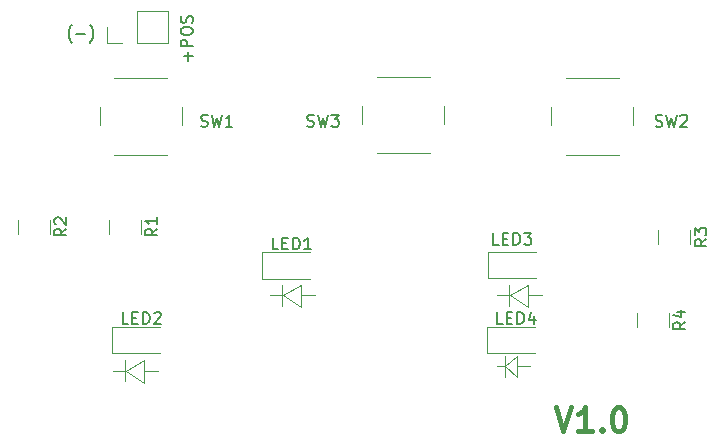
<source format=gbr>
G04 #@! TF.GenerationSoftware,KiCad,Pcbnew,(5.1.4-0)*
G04 #@! TF.CreationDate,2022-06-22T14:12:09-04:00*
G04 #@! TF.ProjectId,wheeler_lights,77686565-6c65-4725-9f6c-69676874732e,rev?*
G04 #@! TF.SameCoordinates,Original*
G04 #@! TF.FileFunction,Legend,Top*
G04 #@! TF.FilePolarity,Positive*
%FSLAX46Y46*%
G04 Gerber Fmt 4.6, Leading zero omitted, Abs format (unit mm)*
G04 Created by KiCad (PCBNEW (5.1.4-0)) date 2022-06-22 14:12:09*
%MOMM*%
%LPD*%
G04 APERTURE LIST*
%ADD10C,0.400000*%
%ADD11C,0.120000*%
%ADD12C,0.150000*%
G04 APERTURE END LIST*
D10*
X98682380Y-68219761D02*
X99349047Y-70219761D01*
X100015714Y-68219761D01*
X101730000Y-70219761D02*
X100587142Y-70219761D01*
X101158571Y-70219761D02*
X101158571Y-68219761D01*
X100968095Y-68505476D01*
X100777619Y-68695952D01*
X100587142Y-68791190D01*
X102587142Y-70029285D02*
X102682380Y-70124523D01*
X102587142Y-70219761D01*
X102491904Y-70124523D01*
X102587142Y-70029285D01*
X102587142Y-70219761D01*
X103920476Y-68219761D02*
X104110952Y-68219761D01*
X104301428Y-68315000D01*
X104396666Y-68410238D01*
X104491904Y-68600714D01*
X104587142Y-68981666D01*
X104587142Y-69457857D01*
X104491904Y-69838809D01*
X104396666Y-70029285D01*
X104301428Y-70124523D01*
X104110952Y-70219761D01*
X103920476Y-70219761D01*
X103730000Y-70124523D01*
X103634761Y-70029285D01*
X103539523Y-69838809D01*
X103444285Y-69457857D01*
X103444285Y-68981666D01*
X103539523Y-68600714D01*
X103634761Y-68410238D01*
X103730000Y-68315000D01*
X103920476Y-68219761D01*
D11*
X77130000Y-59715000D02*
X77130000Y-57815000D01*
X78330000Y-58715000D02*
X77230000Y-58715000D01*
X75530000Y-57815000D02*
X75530000Y-59615000D01*
X75630000Y-58715000D02*
X77130000Y-59715000D01*
X75530000Y-58715000D02*
X74530000Y-58715000D01*
X77130000Y-57815000D02*
X75630000Y-58715000D01*
X96330000Y-59715000D02*
X96330000Y-57815000D01*
X97530000Y-58715000D02*
X96430000Y-58715000D01*
X94730000Y-57815000D02*
X94730000Y-59615000D01*
X94830000Y-58715000D02*
X96330000Y-59715000D01*
X94730000Y-58715000D02*
X93730000Y-58715000D01*
X96330000Y-57815000D02*
X94830000Y-58715000D01*
X62230000Y-65115000D02*
X61230000Y-65115000D01*
X62230000Y-64215000D02*
X62230000Y-66015000D01*
X62330000Y-65115000D02*
X63830000Y-66115000D01*
X63830000Y-64215000D02*
X62330000Y-65115000D01*
X63830000Y-66115000D02*
X63830000Y-64215000D01*
X65030000Y-65115000D02*
X63930000Y-65115000D01*
D12*
X67571428Y-38880952D02*
X67571428Y-38119047D01*
X67952380Y-38500000D02*
X67190476Y-38500000D01*
X67952380Y-37642857D02*
X66952380Y-37642857D01*
X66952380Y-37261904D01*
X67000000Y-37166666D01*
X67047619Y-37119047D01*
X67142857Y-37071428D01*
X67285714Y-37071428D01*
X67380952Y-37119047D01*
X67428571Y-37166666D01*
X67476190Y-37261904D01*
X67476190Y-37642857D01*
X66952380Y-36452380D02*
X66952380Y-36261904D01*
X67000000Y-36166666D01*
X67095238Y-36071428D01*
X67285714Y-36023809D01*
X67619047Y-36023809D01*
X67809523Y-36071428D01*
X67904761Y-36166666D01*
X67952380Y-36261904D01*
X67952380Y-36452380D01*
X67904761Y-36547619D01*
X67809523Y-36642857D01*
X67619047Y-36690476D01*
X67285714Y-36690476D01*
X67095238Y-36642857D01*
X67000000Y-36547619D01*
X66952380Y-36452380D01*
X67904761Y-35642857D02*
X67952380Y-35500000D01*
X67952380Y-35261904D01*
X67904761Y-35166666D01*
X67857142Y-35119047D01*
X67761904Y-35071428D01*
X67666666Y-35071428D01*
X67571428Y-35119047D01*
X67523809Y-35166666D01*
X67476190Y-35261904D01*
X67428571Y-35452380D01*
X67380952Y-35547619D01*
X67333333Y-35595238D01*
X67238095Y-35642857D01*
X67142857Y-35642857D01*
X67047619Y-35595238D01*
X67000000Y-35547619D01*
X66952380Y-35452380D01*
X66952380Y-35214285D01*
X67000000Y-35071428D01*
X57738095Y-37333333D02*
X57690476Y-37285714D01*
X57595238Y-37142857D01*
X57547619Y-37047619D01*
X57500000Y-36904761D01*
X57452380Y-36666666D01*
X57452380Y-36476190D01*
X57500000Y-36238095D01*
X57547619Y-36095238D01*
X57595238Y-36000000D01*
X57690476Y-35857142D01*
X57738095Y-35809523D01*
X58119047Y-36571428D02*
X58880952Y-36571428D01*
X59261904Y-37333333D02*
X59309523Y-37285714D01*
X59404761Y-37142857D01*
X59452380Y-37047619D01*
X59500000Y-36904761D01*
X59547619Y-36666666D01*
X59547619Y-36476190D01*
X59500000Y-36238095D01*
X59452380Y-36095238D01*
X59404761Y-36000000D01*
X59309523Y-35857142D01*
X59261904Y-35809523D01*
D11*
X73870000Y-57350000D02*
X77930000Y-57350000D01*
X73870000Y-55080000D02*
X73870000Y-57350000D01*
X77930000Y-55080000D02*
X73870000Y-55080000D01*
X92870000Y-63650000D02*
X96930000Y-63650000D01*
X92870000Y-61380000D02*
X92870000Y-63650000D01*
X96930000Y-61380000D02*
X92870000Y-61380000D01*
X94390000Y-63865000D02*
X94390000Y-65675000D01*
X94390000Y-65675000D02*
X94390000Y-64735000D01*
X94390000Y-64735000D02*
X93730000Y-64735000D01*
X93730000Y-64735000D02*
X94390000Y-64735000D01*
X94390000Y-64735000D02*
X95430000Y-63905000D01*
X95430000Y-63905000D02*
X95420000Y-65635000D01*
X95420000Y-65635000D02*
X94380000Y-64735000D01*
X95440000Y-64735000D02*
X96530000Y-64735000D01*
X67080000Y-44315000D02*
X67080000Y-42815000D01*
X65830000Y-40315000D02*
X61330000Y-40315000D01*
X60080000Y-42815000D02*
X60080000Y-44315000D01*
X61330000Y-46815000D02*
X65830000Y-46815000D01*
X89280000Y-44215000D02*
X89280000Y-42715000D01*
X88030000Y-40215000D02*
X83530000Y-40215000D01*
X82280000Y-42715000D02*
X82280000Y-44215000D01*
X83530000Y-46715000D02*
X88030000Y-46715000D01*
X105280000Y-44315000D02*
X105280000Y-42815000D01*
X104030000Y-40315000D02*
X99530000Y-40315000D01*
X98280000Y-42815000D02*
X98280000Y-44315000D01*
X99530000Y-46815000D02*
X104030000Y-46815000D01*
X53170000Y-52312936D02*
X53170000Y-53517064D01*
X55890000Y-52312936D02*
X55890000Y-53517064D01*
X60870000Y-52312936D02*
X60870000Y-53517064D01*
X63590000Y-52312936D02*
X63590000Y-53517064D01*
X105570000Y-60212936D02*
X105570000Y-61417064D01*
X108290000Y-60212936D02*
X108290000Y-61417064D01*
X107370000Y-53200436D02*
X107370000Y-54404564D01*
X110090000Y-53200436D02*
X110090000Y-54404564D01*
X61170000Y-63650000D02*
X65230000Y-63650000D01*
X61170000Y-61380000D02*
X61170000Y-63650000D01*
X65230000Y-61380000D02*
X61170000Y-61380000D01*
X92957500Y-57300000D02*
X97017500Y-57300000D01*
X92957500Y-55030000D02*
X92957500Y-57300000D01*
X97017500Y-55030000D02*
X92957500Y-55030000D01*
X60670000Y-37330000D02*
X60670000Y-36000000D01*
X62000000Y-37330000D02*
X60670000Y-37330000D01*
X63270000Y-37330000D02*
X63270000Y-34670000D01*
X63270000Y-34670000D02*
X65870000Y-34670000D01*
X63270000Y-37330000D02*
X65870000Y-37330000D01*
X65870000Y-37330000D02*
X65870000Y-34670000D01*
D12*
X75210952Y-54847380D02*
X74734761Y-54847380D01*
X74734761Y-53847380D01*
X75544285Y-54323571D02*
X75877619Y-54323571D01*
X76020476Y-54847380D02*
X75544285Y-54847380D01*
X75544285Y-53847380D01*
X76020476Y-53847380D01*
X76449047Y-54847380D02*
X76449047Y-53847380D01*
X76687142Y-53847380D01*
X76830000Y-53895000D01*
X76925238Y-53990238D01*
X76972857Y-54085476D01*
X77020476Y-54275952D01*
X77020476Y-54418809D01*
X76972857Y-54609285D01*
X76925238Y-54704523D01*
X76830000Y-54799761D01*
X76687142Y-54847380D01*
X76449047Y-54847380D01*
X77972857Y-54847380D02*
X77401428Y-54847380D01*
X77687142Y-54847380D02*
X77687142Y-53847380D01*
X77591904Y-53990238D01*
X77496666Y-54085476D01*
X77401428Y-54133095D01*
X94210952Y-61147380D02*
X93734761Y-61147380D01*
X93734761Y-60147380D01*
X94544285Y-60623571D02*
X94877619Y-60623571D01*
X95020476Y-61147380D02*
X94544285Y-61147380D01*
X94544285Y-60147380D01*
X95020476Y-60147380D01*
X95449047Y-61147380D02*
X95449047Y-60147380D01*
X95687142Y-60147380D01*
X95830000Y-60195000D01*
X95925238Y-60290238D01*
X95972857Y-60385476D01*
X96020476Y-60575952D01*
X96020476Y-60718809D01*
X95972857Y-60909285D01*
X95925238Y-61004523D01*
X95830000Y-61099761D01*
X95687142Y-61147380D01*
X95449047Y-61147380D01*
X96877619Y-60480714D02*
X96877619Y-61147380D01*
X96639523Y-60099761D02*
X96401428Y-60814047D01*
X97020476Y-60814047D01*
X68666666Y-44404761D02*
X68809523Y-44452380D01*
X69047619Y-44452380D01*
X69142857Y-44404761D01*
X69190476Y-44357142D01*
X69238095Y-44261904D01*
X69238095Y-44166666D01*
X69190476Y-44071428D01*
X69142857Y-44023809D01*
X69047619Y-43976190D01*
X68857142Y-43928571D01*
X68761904Y-43880952D01*
X68714285Y-43833333D01*
X68666666Y-43738095D01*
X68666666Y-43642857D01*
X68714285Y-43547619D01*
X68761904Y-43500000D01*
X68857142Y-43452380D01*
X69095238Y-43452380D01*
X69238095Y-43500000D01*
X69571428Y-43452380D02*
X69809523Y-44452380D01*
X70000000Y-43738095D01*
X70190476Y-44452380D01*
X70428571Y-43452380D01*
X71333333Y-44452380D02*
X70761904Y-44452380D01*
X71047619Y-44452380D02*
X71047619Y-43452380D01*
X70952380Y-43595238D01*
X70857142Y-43690476D01*
X70761904Y-43738095D01*
X77666666Y-44404761D02*
X77809523Y-44452380D01*
X78047619Y-44452380D01*
X78142857Y-44404761D01*
X78190476Y-44357142D01*
X78238095Y-44261904D01*
X78238095Y-44166666D01*
X78190476Y-44071428D01*
X78142857Y-44023809D01*
X78047619Y-43976190D01*
X77857142Y-43928571D01*
X77761904Y-43880952D01*
X77714285Y-43833333D01*
X77666666Y-43738095D01*
X77666666Y-43642857D01*
X77714285Y-43547619D01*
X77761904Y-43500000D01*
X77857142Y-43452380D01*
X78095238Y-43452380D01*
X78238095Y-43500000D01*
X78571428Y-43452380D02*
X78809523Y-44452380D01*
X79000000Y-43738095D01*
X79190476Y-44452380D01*
X79428571Y-43452380D01*
X79714285Y-43452380D02*
X80333333Y-43452380D01*
X80000000Y-43833333D01*
X80142857Y-43833333D01*
X80238095Y-43880952D01*
X80285714Y-43928571D01*
X80333333Y-44023809D01*
X80333333Y-44261904D01*
X80285714Y-44357142D01*
X80238095Y-44404761D01*
X80142857Y-44452380D01*
X79857142Y-44452380D01*
X79761904Y-44404761D01*
X79714285Y-44357142D01*
X107166666Y-44404761D02*
X107309523Y-44452380D01*
X107547619Y-44452380D01*
X107642857Y-44404761D01*
X107690476Y-44357142D01*
X107738095Y-44261904D01*
X107738095Y-44166666D01*
X107690476Y-44071428D01*
X107642857Y-44023809D01*
X107547619Y-43976190D01*
X107357142Y-43928571D01*
X107261904Y-43880952D01*
X107214285Y-43833333D01*
X107166666Y-43738095D01*
X107166666Y-43642857D01*
X107214285Y-43547619D01*
X107261904Y-43500000D01*
X107357142Y-43452380D01*
X107595238Y-43452380D01*
X107738095Y-43500000D01*
X108071428Y-43452380D02*
X108309523Y-44452380D01*
X108500000Y-43738095D01*
X108690476Y-44452380D01*
X108928571Y-43452380D01*
X109261904Y-43547619D02*
X109309523Y-43500000D01*
X109404761Y-43452380D01*
X109642857Y-43452380D01*
X109738095Y-43500000D01*
X109785714Y-43547619D01*
X109833333Y-43642857D01*
X109833333Y-43738095D01*
X109785714Y-43880952D01*
X109214285Y-44452380D01*
X109833333Y-44452380D01*
X57262380Y-53081666D02*
X56786190Y-53415000D01*
X57262380Y-53653095D02*
X56262380Y-53653095D01*
X56262380Y-53272142D01*
X56310000Y-53176904D01*
X56357619Y-53129285D01*
X56452857Y-53081666D01*
X56595714Y-53081666D01*
X56690952Y-53129285D01*
X56738571Y-53176904D01*
X56786190Y-53272142D01*
X56786190Y-53653095D01*
X56357619Y-52700714D02*
X56310000Y-52653095D01*
X56262380Y-52557857D01*
X56262380Y-52319761D01*
X56310000Y-52224523D01*
X56357619Y-52176904D01*
X56452857Y-52129285D01*
X56548095Y-52129285D01*
X56690952Y-52176904D01*
X57262380Y-52748333D01*
X57262380Y-52129285D01*
X64962380Y-53081666D02*
X64486190Y-53415000D01*
X64962380Y-53653095D02*
X63962380Y-53653095D01*
X63962380Y-53272142D01*
X64010000Y-53176904D01*
X64057619Y-53129285D01*
X64152857Y-53081666D01*
X64295714Y-53081666D01*
X64390952Y-53129285D01*
X64438571Y-53176904D01*
X64486190Y-53272142D01*
X64486190Y-53653095D01*
X64962380Y-52129285D02*
X64962380Y-52700714D01*
X64962380Y-52415000D02*
X63962380Y-52415000D01*
X64105238Y-52510238D01*
X64200476Y-52605476D01*
X64248095Y-52700714D01*
X109662380Y-60981666D02*
X109186190Y-61315000D01*
X109662380Y-61553095D02*
X108662380Y-61553095D01*
X108662380Y-61172142D01*
X108710000Y-61076904D01*
X108757619Y-61029285D01*
X108852857Y-60981666D01*
X108995714Y-60981666D01*
X109090952Y-61029285D01*
X109138571Y-61076904D01*
X109186190Y-61172142D01*
X109186190Y-61553095D01*
X108995714Y-60124523D02*
X109662380Y-60124523D01*
X108614761Y-60362619D02*
X109329047Y-60600714D01*
X109329047Y-59981666D01*
X111462380Y-53969166D02*
X110986190Y-54302500D01*
X111462380Y-54540595D02*
X110462380Y-54540595D01*
X110462380Y-54159642D01*
X110510000Y-54064404D01*
X110557619Y-54016785D01*
X110652857Y-53969166D01*
X110795714Y-53969166D01*
X110890952Y-54016785D01*
X110938571Y-54064404D01*
X110986190Y-54159642D01*
X110986190Y-54540595D01*
X110462380Y-53635833D02*
X110462380Y-53016785D01*
X110843333Y-53350119D01*
X110843333Y-53207261D01*
X110890952Y-53112023D01*
X110938571Y-53064404D01*
X111033809Y-53016785D01*
X111271904Y-53016785D01*
X111367142Y-53064404D01*
X111414761Y-53112023D01*
X111462380Y-53207261D01*
X111462380Y-53492976D01*
X111414761Y-53588214D01*
X111367142Y-53635833D01*
X62510952Y-61147380D02*
X62034761Y-61147380D01*
X62034761Y-60147380D01*
X62844285Y-60623571D02*
X63177619Y-60623571D01*
X63320476Y-61147380D02*
X62844285Y-61147380D01*
X62844285Y-60147380D01*
X63320476Y-60147380D01*
X63749047Y-61147380D02*
X63749047Y-60147380D01*
X63987142Y-60147380D01*
X64130000Y-60195000D01*
X64225238Y-60290238D01*
X64272857Y-60385476D01*
X64320476Y-60575952D01*
X64320476Y-60718809D01*
X64272857Y-60909285D01*
X64225238Y-61004523D01*
X64130000Y-61099761D01*
X63987142Y-61147380D01*
X63749047Y-61147380D01*
X64701428Y-60242619D02*
X64749047Y-60195000D01*
X64844285Y-60147380D01*
X65082380Y-60147380D01*
X65177619Y-60195000D01*
X65225238Y-60242619D01*
X65272857Y-60337857D01*
X65272857Y-60433095D01*
X65225238Y-60575952D01*
X64653809Y-61147380D01*
X65272857Y-61147380D01*
X93885952Y-54442380D02*
X93409761Y-54442380D01*
X93409761Y-53442380D01*
X94219285Y-53918571D02*
X94552619Y-53918571D01*
X94695476Y-54442380D02*
X94219285Y-54442380D01*
X94219285Y-53442380D01*
X94695476Y-53442380D01*
X95124047Y-54442380D02*
X95124047Y-53442380D01*
X95362142Y-53442380D01*
X95505000Y-53490000D01*
X95600238Y-53585238D01*
X95647857Y-53680476D01*
X95695476Y-53870952D01*
X95695476Y-54013809D01*
X95647857Y-54204285D01*
X95600238Y-54299523D01*
X95505000Y-54394761D01*
X95362142Y-54442380D01*
X95124047Y-54442380D01*
X96028809Y-53442380D02*
X96647857Y-53442380D01*
X96314523Y-53823333D01*
X96457380Y-53823333D01*
X96552619Y-53870952D01*
X96600238Y-53918571D01*
X96647857Y-54013809D01*
X96647857Y-54251904D01*
X96600238Y-54347142D01*
X96552619Y-54394761D01*
X96457380Y-54442380D01*
X96171666Y-54442380D01*
X96076428Y-54394761D01*
X96028809Y-54347142D01*
M02*

</source>
